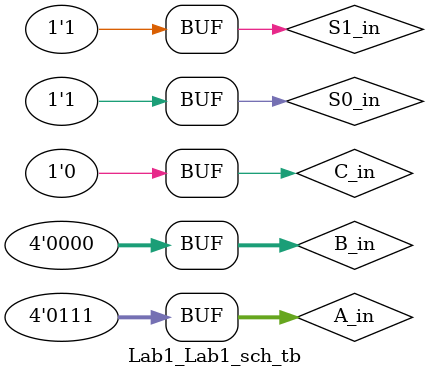
<source format=v>

`timescale 1ns / 1ps

module Lab1_Lab1_sch_tb();

// Inputs
   reg [3:0] B_in;
   reg S0_in;
   reg S1_in;
   reg [3:0] A_in;
   reg C_in;

// Output
   wire [3:0] Lab1_out;
   wire C_out_Add;
   wire C_out_Subtract;
   wire C_out_Double;

// Bidirs

// Instantiate the UUT
   Lab1 UUT (
		.B_in(B_in), 
		.S0_in(S0_in), 
		.S1_in(S1_in), 
		.A_in(A_in), 
		.Lab1_out(Lab1_out), 
		.C_out_Add(C_out_Add), 
		.C_out_Subtract(C_out_Subtract), 
		.C_out_Double(C_out_Double), 
		.C_in(C_in)
   );
	
// Initialize Inputs
   initial begin
		//Start everything = 0 so S_out = 15
		B_in = 0;
		S0_in = 0;
		S1_in = 0;
		A_in = 0;
		C_in = 0;
		
		//Invert A = 2
		#100		
		S1_in = 0;
		S0_in = 0;		
		A_in = 2;
		B_in = 0;
		
		//Invert A = 15
		#100		
		S1_in = 0;
		S0_in = 0;		
		A_in = 15;
		B_in = 0;
		
		//Add 3 + 5
		#100		
		S1_in = 0;
		S0_in = 1;		
		A_in = 3;
		B_in = 5;
		
		//Add 2 + 10
		#100		
		S1_in = 0;
		S0_in = 1;		
		A_in = 2;
		B_in = 10;
		
		//Subtract 13 - 2 
		#100		
		S1_in = 1;
		S0_in = 0;		
		A_in = 13;
		B_in = 2;
		
		//Subtract 6 - 4
		#100		
		S1_in = 1;
		S0_in = 0;		
		A_in = 6;
		B_in = 4;
		
		//Double A = 3
		#100		
		S1_in = 1;
		S0_in = 1;		
		A_in = 5;
		B_in = 0;
		
		//Double A = 7
		#100		
		S1_in = 1;
		S0_in = 1;		
		A_in = 7;
		B_in = 0;
   end
endmodule

</source>
